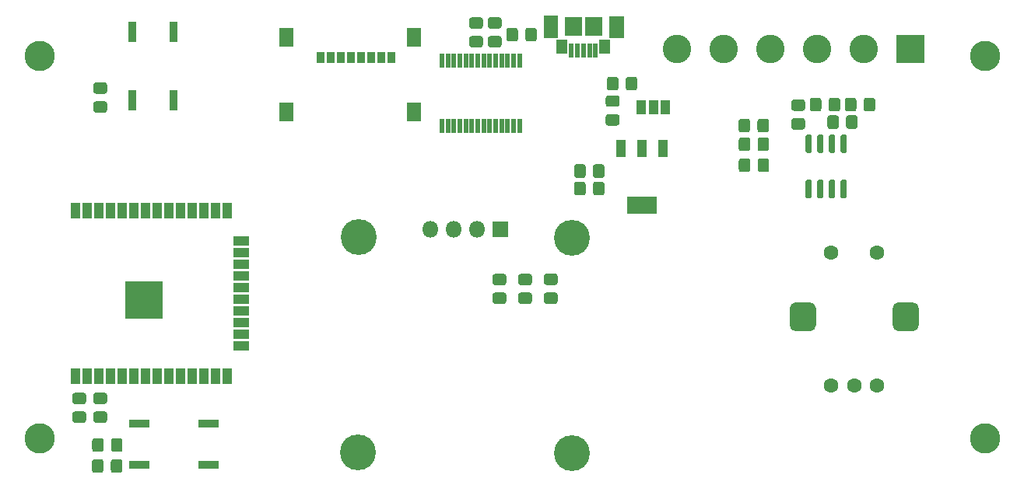
<source format=gbr>
%TF.GenerationSoftware,KiCad,Pcbnew,(5.1.6)-1*%
%TF.CreationDate,2021-08-19T23:31:01-04:00*%
%TF.ProjectId,Temp_Control_Board,54656d70-5f43-46f6-9e74-726f6c5f426f,rev?*%
%TF.SameCoordinates,Original*%
%TF.FileFunction,Soldermask,Top*%
%TF.FilePolarity,Negative*%
%FSLAX46Y46*%
G04 Gerber Fmt 4.6, Leading zero omitted, Abs format (unit mm)*
G04 Created by KiCad (PCBNEW (5.1.6)-1) date 2021-08-19 23:31:01*
%MOMM*%
%LPD*%
G01*
G04 APERTURE LIST*
%ADD10C,0.010000*%
%ADD11O,1.800000X1.800000*%
%ADD12R,1.800000X1.800000*%
%ADD13C,3.910000*%
%ADD14R,2.309800X0.963600*%
%ADD15R,0.963600X2.309800*%
%ADD16C,3.300000*%
%ADD17R,1.100000X1.600000*%
%ADD18R,0.531800X1.611300*%
%ADD19R,4.100000X4.100000*%
%ADD20R,1.000000X1.800000*%
%ADD21R,1.800000X1.000000*%
%ADD22C,0.550000*%
%ADD23R,1.850000X2.000000*%
%ADD24R,1.250000X1.550000*%
%ADD25R,0.500000X1.500000*%
%ADD26C,1.600000*%
%ADD27R,3.290000X1.960000*%
%ADD28R,1.000000X1.960000*%
%ADD29C,3.100000*%
%ADD30R,3.100000X3.100000*%
%ADD31R,1.600000X2.100000*%
%ADD32R,0.900000X1.300000*%
G04 APERTURE END LIST*
D10*
%TO.C,J3*%
G36*
X136383670Y-106687000D02*
G01*
X134929000Y-106687000D01*
X134929000Y-104385750D01*
X136383670Y-104385750D01*
X136383670Y-106687000D01*
G37*
X136383670Y-106687000D02*
X134929000Y-106687000D01*
X134929000Y-104385750D01*
X136383670Y-104385750D01*
X136383670Y-106687000D01*
G36*
X129224150Y-106687000D02*
G01*
X127779000Y-106687000D01*
X127779000Y-104385040D01*
X129224150Y-104385040D01*
X129224150Y-106687000D01*
G37*
X129224150Y-106687000D02*
X127779000Y-106687000D01*
X127779000Y-104385040D01*
X129224150Y-104385040D01*
X129224150Y-106687000D01*
%TD*%
D11*
%TO.C,J2*%
X115404900Y-127635000D03*
X117944900Y-127635000D03*
X120484900Y-127635000D03*
D12*
X123024900Y-127635000D03*
D13*
X130810000Y-128524000D03*
X130810000Y-152019000D03*
X107569000Y-151968200D03*
X107604560Y-128475740D03*
%TD*%
D14*
%TO.C,EN1*%
X83756500Y-148752999D03*
X83756500Y-153253001D03*
X91249500Y-153253001D03*
X91249500Y-148752999D03*
%TD*%
D15*
%TO.C,BOOT1*%
X82966999Y-113601500D03*
X87467001Y-113601500D03*
X87467001Y-106108500D03*
X82966999Y-106108500D03*
%TD*%
D16*
%TO.C,REF\u002A\u002A*%
X175768000Y-150368000D03*
%TD*%
%TO.C,REF\u002A\u002A*%
X175768000Y-108712000D03*
%TD*%
%TO.C,REF\u002A\u002A*%
X72898000Y-108712000D03*
%TD*%
%TO.C,REF\u002A\u002A*%
X72898000Y-150368000D03*
%TD*%
D17*
%TO.C,JP1*%
X138400000Y-114300000D03*
X139700000Y-114300000D03*
X141000000Y-114300000D03*
%TD*%
%TO.C,R7*%
G36*
G01*
X128045738Y-134503000D02*
X129002262Y-134503000D01*
G75*
G02*
X129274000Y-134774738I0J-271738D01*
G01*
X129274000Y-135481262D01*
G75*
G02*
X129002262Y-135753000I-271738J0D01*
G01*
X128045738Y-135753000D01*
G75*
G02*
X127774000Y-135481262I0J271738D01*
G01*
X127774000Y-134774738D01*
G75*
G02*
X128045738Y-134503000I271738J0D01*
G01*
G37*
G36*
G01*
X128045738Y-132453000D02*
X129002262Y-132453000D01*
G75*
G02*
X129274000Y-132724738I0J-271738D01*
G01*
X129274000Y-133431262D01*
G75*
G02*
X129002262Y-133703000I-271738J0D01*
G01*
X128045738Y-133703000D01*
G75*
G02*
X127774000Y-133431262I0J271738D01*
G01*
X127774000Y-132724738D01*
G75*
G02*
X128045738Y-132453000I271738J0D01*
G01*
G37*
%TD*%
%TO.C,R6*%
G36*
G01*
X122457738Y-134521000D02*
X123414262Y-134521000D01*
G75*
G02*
X123686000Y-134792738I0J-271738D01*
G01*
X123686000Y-135499262D01*
G75*
G02*
X123414262Y-135771000I-271738J0D01*
G01*
X122457738Y-135771000D01*
G75*
G02*
X122186000Y-135499262I0J271738D01*
G01*
X122186000Y-134792738D01*
G75*
G02*
X122457738Y-134521000I271738J0D01*
G01*
G37*
G36*
G01*
X122457738Y-132471000D02*
X123414262Y-132471000D01*
G75*
G02*
X123686000Y-132742738I0J-271738D01*
G01*
X123686000Y-133449262D01*
G75*
G02*
X123414262Y-133721000I-271738J0D01*
G01*
X122457738Y-133721000D01*
G75*
G02*
X122186000Y-133449262I0J271738D01*
G01*
X122186000Y-132742738D01*
G75*
G02*
X122457738Y-132471000I271738J0D01*
G01*
G37*
%TD*%
%TO.C,R4*%
G36*
G01*
X151013000Y-116810262D02*
X151013000Y-115853738D01*
G75*
G02*
X151284738Y-115582000I271738J0D01*
G01*
X151991262Y-115582000D01*
G75*
G02*
X152263000Y-115853738I0J-271738D01*
G01*
X152263000Y-116810262D01*
G75*
G02*
X151991262Y-117082000I-271738J0D01*
G01*
X151284738Y-117082000D01*
G75*
G02*
X151013000Y-116810262I0J271738D01*
G01*
G37*
G36*
G01*
X148963000Y-116810262D02*
X148963000Y-115853738D01*
G75*
G02*
X149234738Y-115582000I271738J0D01*
G01*
X149941262Y-115582000D01*
G75*
G02*
X150213000Y-115853738I0J-271738D01*
G01*
X150213000Y-116810262D01*
G75*
G02*
X149941262Y-117082000I-271738J0D01*
G01*
X149234738Y-117082000D01*
G75*
G02*
X148963000Y-116810262I0J271738D01*
G01*
G37*
%TD*%
%TO.C,R3*%
G36*
G01*
X151022000Y-118842262D02*
X151022000Y-117885738D01*
G75*
G02*
X151293738Y-117614000I271738J0D01*
G01*
X152000262Y-117614000D01*
G75*
G02*
X152272000Y-117885738I0J-271738D01*
G01*
X152272000Y-118842262D01*
G75*
G02*
X152000262Y-119114000I-271738J0D01*
G01*
X151293738Y-119114000D01*
G75*
G02*
X151022000Y-118842262I0J271738D01*
G01*
G37*
G36*
G01*
X148972000Y-118842262D02*
X148972000Y-117885738D01*
G75*
G02*
X149243738Y-117614000I271738J0D01*
G01*
X149950262Y-117614000D01*
G75*
G02*
X150222000Y-117885738I0J-271738D01*
G01*
X150222000Y-118842262D01*
G75*
G02*
X149950262Y-119114000I-271738J0D01*
G01*
X149243738Y-119114000D01*
G75*
G02*
X148972000Y-118842262I0J271738D01*
G01*
G37*
%TD*%
%TO.C,R2*%
G36*
G01*
X151031000Y-121128262D02*
X151031000Y-120171738D01*
G75*
G02*
X151302738Y-119900000I271738J0D01*
G01*
X152009262Y-119900000D01*
G75*
G02*
X152281000Y-120171738I0J-271738D01*
G01*
X152281000Y-121128262D01*
G75*
G02*
X152009262Y-121400000I-271738J0D01*
G01*
X151302738Y-121400000D01*
G75*
G02*
X151031000Y-121128262I0J271738D01*
G01*
G37*
G36*
G01*
X148981000Y-121128262D02*
X148981000Y-120171738D01*
G75*
G02*
X149252738Y-119900000I271738J0D01*
G01*
X149959262Y-119900000D01*
G75*
G02*
X150231000Y-120171738I0J-271738D01*
G01*
X150231000Y-121128262D01*
G75*
G02*
X149959262Y-121400000I-271738J0D01*
G01*
X149252738Y-121400000D01*
G75*
G02*
X148981000Y-121128262I0J271738D01*
G01*
G37*
%TD*%
%TO.C,R1*%
G36*
G01*
X80673000Y-151608262D02*
X80673000Y-150651738D01*
G75*
G02*
X80944738Y-150380000I271738J0D01*
G01*
X81651262Y-150380000D01*
G75*
G02*
X81923000Y-150651738I0J-271738D01*
G01*
X81923000Y-151608262D01*
G75*
G02*
X81651262Y-151880000I-271738J0D01*
G01*
X80944738Y-151880000D01*
G75*
G02*
X80673000Y-151608262I0J271738D01*
G01*
G37*
G36*
G01*
X78623000Y-151608262D02*
X78623000Y-150651738D01*
G75*
G02*
X78894738Y-150380000I271738J0D01*
G01*
X79601262Y-150380000D01*
G75*
G02*
X79873000Y-150651738I0J-271738D01*
G01*
X79873000Y-151608262D01*
G75*
G02*
X79601262Y-151880000I-271738J0D01*
G01*
X78894738Y-151880000D01*
G75*
G02*
X78623000Y-151608262I0J271738D01*
G01*
G37*
%TD*%
%TO.C,C13*%
G36*
G01*
X76737738Y-147475000D02*
X77694262Y-147475000D01*
G75*
G02*
X77966000Y-147746738I0J-271738D01*
G01*
X77966000Y-148453262D01*
G75*
G02*
X77694262Y-148725000I-271738J0D01*
G01*
X76737738Y-148725000D01*
G75*
G02*
X76466000Y-148453262I0J271738D01*
G01*
X76466000Y-147746738D01*
G75*
G02*
X76737738Y-147475000I271738J0D01*
G01*
G37*
G36*
G01*
X76737738Y-145425000D02*
X77694262Y-145425000D01*
G75*
G02*
X77966000Y-145696738I0J-271738D01*
G01*
X77966000Y-146403262D01*
G75*
G02*
X77694262Y-146675000I-271738J0D01*
G01*
X76737738Y-146675000D01*
G75*
G02*
X76466000Y-146403262I0J271738D01*
G01*
X76466000Y-145696738D01*
G75*
G02*
X76737738Y-145425000I271738J0D01*
G01*
G37*
%TD*%
%TO.C,C12*%
G36*
G01*
X79023738Y-147466000D02*
X79980262Y-147466000D01*
G75*
G02*
X80252000Y-147737738I0J-271738D01*
G01*
X80252000Y-148444262D01*
G75*
G02*
X79980262Y-148716000I-271738J0D01*
G01*
X79023738Y-148716000D01*
G75*
G02*
X78752000Y-148444262I0J271738D01*
G01*
X78752000Y-147737738D01*
G75*
G02*
X79023738Y-147466000I271738J0D01*
G01*
G37*
G36*
G01*
X79023738Y-145416000D02*
X79980262Y-145416000D01*
G75*
G02*
X80252000Y-145687738I0J-271738D01*
G01*
X80252000Y-146394262D01*
G75*
G02*
X79980262Y-146666000I-271738J0D01*
G01*
X79023738Y-146666000D01*
G75*
G02*
X78752000Y-146394262I0J271738D01*
G01*
X78752000Y-145687738D01*
G75*
G02*
X79023738Y-145416000I271738J0D01*
G01*
G37*
%TD*%
%TO.C,C2*%
G36*
G01*
X79855000Y-152937738D02*
X79855000Y-153894262D01*
G75*
G02*
X79583262Y-154166000I-271738J0D01*
G01*
X78876738Y-154166000D01*
G75*
G02*
X78605000Y-153894262I0J271738D01*
G01*
X78605000Y-152937738D01*
G75*
G02*
X78876738Y-152666000I271738J0D01*
G01*
X79583262Y-152666000D01*
G75*
G02*
X79855000Y-152937738I0J-271738D01*
G01*
G37*
G36*
G01*
X81905000Y-152937738D02*
X81905000Y-153894262D01*
G75*
G02*
X81633262Y-154166000I-271738J0D01*
G01*
X80926738Y-154166000D01*
G75*
G02*
X80655000Y-153894262I0J271738D01*
G01*
X80655000Y-152937738D01*
G75*
G02*
X80926738Y-152666000I271738J0D01*
G01*
X81633262Y-152666000D01*
G75*
G02*
X81905000Y-152937738I0J-271738D01*
G01*
G37*
%TD*%
%TO.C,C1*%
G36*
G01*
X79980262Y-112875000D02*
X79023738Y-112875000D01*
G75*
G02*
X78752000Y-112603262I0J271738D01*
G01*
X78752000Y-111896738D01*
G75*
G02*
X79023738Y-111625000I271738J0D01*
G01*
X79980262Y-111625000D01*
G75*
G02*
X80252000Y-111896738I0J-271738D01*
G01*
X80252000Y-112603262D01*
G75*
G02*
X79980262Y-112875000I-271738J0D01*
G01*
G37*
G36*
G01*
X79980262Y-114925000D02*
X79023738Y-114925000D01*
G75*
G02*
X78752000Y-114653262I0J271738D01*
G01*
X78752000Y-113946738D01*
G75*
G02*
X79023738Y-113675000I271738J0D01*
G01*
X79980262Y-113675000D01*
G75*
G02*
X80252000Y-113946738I0J-271738D01*
G01*
X80252000Y-114653262D01*
G75*
G02*
X79980262Y-114925000I-271738J0D01*
G01*
G37*
%TD*%
D18*
%TO.C,U4*%
X116679000Y-109226350D03*
X117329001Y-109226350D03*
X117979000Y-109226350D03*
X118629001Y-109226350D03*
X119278999Y-109226350D03*
X119929001Y-109226350D03*
X120578999Y-109226350D03*
X121229001Y-109226350D03*
X121878999Y-109226350D03*
X122529001Y-109226350D03*
X123178999Y-109226350D03*
X123829000Y-109226350D03*
X124478999Y-109226350D03*
X125129000Y-109226350D03*
X125128998Y-116325650D03*
X124478999Y-116325650D03*
X123828998Y-116325650D03*
X123178999Y-116325650D03*
X122528998Y-116325650D03*
X121878999Y-116325650D03*
X121228998Y-116325650D03*
X120578999Y-116325650D03*
X119929001Y-116325650D03*
X119278999Y-116325650D03*
X118629001Y-116325650D03*
X117979000Y-116325650D03*
X117329001Y-116325650D03*
X116679000Y-116325650D03*
%TD*%
D19*
%TO.C,U1*%
X84245000Y-135320000D03*
D20*
X76835000Y-143620000D03*
X78105000Y-143620000D03*
X79375000Y-143620000D03*
X80645000Y-143620000D03*
X81915000Y-143620000D03*
X83185000Y-143620000D03*
X84455000Y-143620000D03*
X85725000Y-143620000D03*
X86995000Y-143620000D03*
X88265000Y-143620000D03*
X89535000Y-143620000D03*
X90805000Y-143620000D03*
X92075000Y-143620000D03*
X93345000Y-143620000D03*
D21*
X94845000Y-140335000D03*
X94845000Y-139065000D03*
X94845000Y-137795000D03*
X94845000Y-136525000D03*
X94845000Y-135255000D03*
X94845000Y-133985000D03*
X94845000Y-132715000D03*
X94845000Y-131445000D03*
X94845000Y-130175000D03*
X94845000Y-128905000D03*
D20*
X93345000Y-125620000D03*
X92075000Y-125620000D03*
X90805000Y-125620000D03*
X89535000Y-125620000D03*
X88265000Y-125620000D03*
X86995000Y-125620000D03*
X85725000Y-125620000D03*
X84455000Y-125620000D03*
X83185000Y-125620000D03*
X81915000Y-125620000D03*
X80645000Y-125620000D03*
X79375000Y-125620000D03*
X78105000Y-125620000D03*
X76835000Y-125620000D03*
%TD*%
D22*
%TO.C,J3*%
X128505000Y-105537000D03*
X135655000Y-105537000D03*
D23*
X130955000Y-105537000D03*
X133205000Y-105537000D03*
D24*
X129760000Y-107767000D03*
X134400000Y-107767000D03*
D25*
X130780000Y-108187000D03*
X131420000Y-108187000D03*
X132080000Y-108187000D03*
X132730000Y-108187000D03*
X133380000Y-108187000D03*
%TD*%
D26*
%TO.C,U3*%
X164044000Y-144660000D03*
X161544000Y-144660000D03*
X159044000Y-144660000D03*
X159044000Y-130160000D03*
X164044000Y-130160000D03*
G36*
G01*
X154494000Y-138035000D02*
X154494000Y-136285000D01*
G75*
G02*
X155219000Y-135560000I725000J0D01*
G01*
X156669000Y-135560000D01*
G75*
G02*
X157394000Y-136285000I0J-725000D01*
G01*
X157394000Y-138035000D01*
G75*
G02*
X156669000Y-138760000I-725000J0D01*
G01*
X155219000Y-138760000D01*
G75*
G02*
X154494000Y-138035000I0J725000D01*
G01*
G37*
G36*
G01*
X165694000Y-138035000D02*
X165694000Y-136285000D01*
G75*
G02*
X166419000Y-135560000I725000J0D01*
G01*
X167869000Y-135560000D01*
G75*
G02*
X168594000Y-136285000I0J-725000D01*
G01*
X168594000Y-138035000D01*
G75*
G02*
X167869000Y-138760000I-725000J0D01*
G01*
X166419000Y-138760000D01*
G75*
G02*
X165694000Y-138035000I0J725000D01*
G01*
G37*
%TD*%
D27*
%TO.C,U2*%
X138430000Y-124995000D03*
D28*
X136130000Y-118845000D03*
X138430000Y-118845000D03*
X140730000Y-118845000D03*
%TD*%
D29*
%TO.C,J1*%
X142240000Y-107950000D03*
X147320000Y-107950000D03*
X152400000Y-107950000D03*
D30*
X167640000Y-107950000D03*
D29*
X157480000Y-107950000D03*
X162560000Y-107950000D03*
%TD*%
%TO.C,FB3*%
G36*
G01*
X162570000Y-114524262D02*
X162570000Y-113567738D01*
G75*
G02*
X162841738Y-113296000I271738J0D01*
G01*
X163548262Y-113296000D01*
G75*
G02*
X163820000Y-113567738I0J-271738D01*
G01*
X163820000Y-114524262D01*
G75*
G02*
X163548262Y-114796000I-271738J0D01*
G01*
X162841738Y-114796000D01*
G75*
G02*
X162570000Y-114524262I0J271738D01*
G01*
G37*
G36*
G01*
X160520000Y-114524262D02*
X160520000Y-113567738D01*
G75*
G02*
X160791738Y-113296000I271738J0D01*
G01*
X161498262Y-113296000D01*
G75*
G02*
X161770000Y-113567738I0J-271738D01*
G01*
X161770000Y-114524262D01*
G75*
G02*
X161498262Y-114796000I-271738J0D01*
G01*
X160791738Y-114796000D01*
G75*
G02*
X160520000Y-114524262I0J271738D01*
G01*
G37*
%TD*%
%TO.C,FB2*%
G36*
G01*
X157960000Y-113567738D02*
X157960000Y-114524262D01*
G75*
G02*
X157688262Y-114796000I-271738J0D01*
G01*
X156981738Y-114796000D01*
G75*
G02*
X156710000Y-114524262I0J271738D01*
G01*
X156710000Y-113567738D01*
G75*
G02*
X156981738Y-113296000I271738J0D01*
G01*
X157688262Y-113296000D01*
G75*
G02*
X157960000Y-113567738I0J-271738D01*
G01*
G37*
G36*
G01*
X160010000Y-113567738D02*
X160010000Y-114524262D01*
G75*
G02*
X159738262Y-114796000I-271738J0D01*
G01*
X159031738Y-114796000D01*
G75*
G02*
X158760000Y-114524262I0J271738D01*
G01*
X158760000Y-113567738D01*
G75*
G02*
X159031738Y-113296000I271738J0D01*
G01*
X159738262Y-113296000D01*
G75*
G02*
X160010000Y-113567738I0J-271738D01*
G01*
G37*
%TD*%
%TO.C,C10*%
G36*
G01*
X155926262Y-114725500D02*
X154969738Y-114725500D01*
G75*
G02*
X154698000Y-114453762I0J271738D01*
G01*
X154698000Y-113747238D01*
G75*
G02*
X154969738Y-113475500I271738J0D01*
G01*
X155926262Y-113475500D01*
G75*
G02*
X156198000Y-113747238I0J-271738D01*
G01*
X156198000Y-114453762D01*
G75*
G02*
X155926262Y-114725500I-271738J0D01*
G01*
G37*
G36*
G01*
X155926262Y-116775500D02*
X154969738Y-116775500D01*
G75*
G02*
X154698000Y-116503762I0J271738D01*
G01*
X154698000Y-115797238D01*
G75*
G02*
X154969738Y-115525500I271738J0D01*
G01*
X155926262Y-115525500D01*
G75*
G02*
X156198000Y-115797238I0J-271738D01*
G01*
X156198000Y-116503762D01*
G75*
G02*
X155926262Y-116775500I-271738J0D01*
G01*
G37*
%TD*%
%TO.C,C9*%
G36*
G01*
X159865000Y-115472738D02*
X159865000Y-116429262D01*
G75*
G02*
X159593262Y-116701000I-271738J0D01*
G01*
X158886738Y-116701000D01*
G75*
G02*
X158615000Y-116429262I0J271738D01*
G01*
X158615000Y-115472738D01*
G75*
G02*
X158886738Y-115201000I271738J0D01*
G01*
X159593262Y-115201000D01*
G75*
G02*
X159865000Y-115472738I0J-271738D01*
G01*
G37*
G36*
G01*
X161915000Y-115472738D02*
X161915000Y-116429262D01*
G75*
G02*
X161643262Y-116701000I-271738J0D01*
G01*
X160936738Y-116701000D01*
G75*
G02*
X160665000Y-116429262I0J271738D01*
G01*
X160665000Y-115472738D01*
G75*
G02*
X160936738Y-115201000I271738J0D01*
G01*
X161643262Y-115201000D01*
G75*
G02*
X161915000Y-115472738I0J-271738D01*
G01*
G37*
%TD*%
%TO.C,U5*%
G36*
G01*
X160226000Y-122227000D02*
X160576000Y-122227000D01*
G75*
G02*
X160751000Y-122402000I0J-175000D01*
G01*
X160751000Y-124102000D01*
G75*
G02*
X160576000Y-124277000I-175000J0D01*
G01*
X160226000Y-124277000D01*
G75*
G02*
X160051000Y-124102000I0J175000D01*
G01*
X160051000Y-122402000D01*
G75*
G02*
X160226000Y-122227000I175000J0D01*
G01*
G37*
G36*
G01*
X158956000Y-122227000D02*
X159306000Y-122227000D01*
G75*
G02*
X159481000Y-122402000I0J-175000D01*
G01*
X159481000Y-124102000D01*
G75*
G02*
X159306000Y-124277000I-175000J0D01*
G01*
X158956000Y-124277000D01*
G75*
G02*
X158781000Y-124102000I0J175000D01*
G01*
X158781000Y-122402000D01*
G75*
G02*
X158956000Y-122227000I175000J0D01*
G01*
G37*
G36*
G01*
X157686000Y-122227000D02*
X158036000Y-122227000D01*
G75*
G02*
X158211000Y-122402000I0J-175000D01*
G01*
X158211000Y-124102000D01*
G75*
G02*
X158036000Y-124277000I-175000J0D01*
G01*
X157686000Y-124277000D01*
G75*
G02*
X157511000Y-124102000I0J175000D01*
G01*
X157511000Y-122402000D01*
G75*
G02*
X157686000Y-122227000I175000J0D01*
G01*
G37*
G36*
G01*
X156416000Y-122227000D02*
X156766000Y-122227000D01*
G75*
G02*
X156941000Y-122402000I0J-175000D01*
G01*
X156941000Y-124102000D01*
G75*
G02*
X156766000Y-124277000I-175000J0D01*
G01*
X156416000Y-124277000D01*
G75*
G02*
X156241000Y-124102000I0J175000D01*
G01*
X156241000Y-122402000D01*
G75*
G02*
X156416000Y-122227000I175000J0D01*
G01*
G37*
G36*
G01*
X156416000Y-117277000D02*
X156766000Y-117277000D01*
G75*
G02*
X156941000Y-117452000I0J-175000D01*
G01*
X156941000Y-119152000D01*
G75*
G02*
X156766000Y-119327000I-175000J0D01*
G01*
X156416000Y-119327000D01*
G75*
G02*
X156241000Y-119152000I0J175000D01*
G01*
X156241000Y-117452000D01*
G75*
G02*
X156416000Y-117277000I175000J0D01*
G01*
G37*
G36*
G01*
X157686000Y-117277000D02*
X158036000Y-117277000D01*
G75*
G02*
X158211000Y-117452000I0J-175000D01*
G01*
X158211000Y-119152000D01*
G75*
G02*
X158036000Y-119327000I-175000J0D01*
G01*
X157686000Y-119327000D01*
G75*
G02*
X157511000Y-119152000I0J175000D01*
G01*
X157511000Y-117452000D01*
G75*
G02*
X157686000Y-117277000I175000J0D01*
G01*
G37*
G36*
G01*
X158956000Y-117277000D02*
X159306000Y-117277000D01*
G75*
G02*
X159481000Y-117452000I0J-175000D01*
G01*
X159481000Y-119152000D01*
G75*
G02*
X159306000Y-119327000I-175000J0D01*
G01*
X158956000Y-119327000D01*
G75*
G02*
X158781000Y-119152000I0J175000D01*
G01*
X158781000Y-117452000D01*
G75*
G02*
X158956000Y-117277000I175000J0D01*
G01*
G37*
G36*
G01*
X160226000Y-117277000D02*
X160576000Y-117277000D01*
G75*
G02*
X160751000Y-117452000I0J-175000D01*
G01*
X160751000Y-119152000D01*
G75*
G02*
X160576000Y-119327000I-175000J0D01*
G01*
X160226000Y-119327000D01*
G75*
G02*
X160051000Y-119152000I0J175000D01*
G01*
X160051000Y-117452000D01*
G75*
G02*
X160226000Y-117277000I175000J0D01*
G01*
G37*
%TD*%
%TO.C,R5*%
G36*
G01*
X125251738Y-134521000D02*
X126208262Y-134521000D01*
G75*
G02*
X126480000Y-134792738I0J-271738D01*
G01*
X126480000Y-135499262D01*
G75*
G02*
X126208262Y-135771000I-271738J0D01*
G01*
X125251738Y-135771000D01*
G75*
G02*
X124980000Y-135499262I0J271738D01*
G01*
X124980000Y-134792738D01*
G75*
G02*
X125251738Y-134521000I271738J0D01*
G01*
G37*
G36*
G01*
X125251738Y-132471000D02*
X126208262Y-132471000D01*
G75*
G02*
X126480000Y-132742738I0J-271738D01*
G01*
X126480000Y-133449262D01*
G75*
G02*
X126208262Y-133721000I-271738J0D01*
G01*
X125251738Y-133721000D01*
G75*
G02*
X124980000Y-133449262I0J271738D01*
G01*
X124980000Y-132742738D01*
G75*
G02*
X125251738Y-132471000I271738J0D01*
G01*
G37*
%TD*%
D31*
%TO.C,J4*%
X99735000Y-106681000D03*
X99735000Y-114881000D03*
X113625000Y-114881000D03*
X113625000Y-106681000D03*
D32*
X111155000Y-108881000D03*
X110055000Y-108881000D03*
X108955000Y-108881000D03*
X107855000Y-108881000D03*
X106755000Y-108881000D03*
X105655000Y-108881000D03*
X104555000Y-108881000D03*
X103455000Y-108881000D03*
%TD*%
%TO.C,FB1*%
G36*
G01*
X135880000Y-111281738D02*
X135880000Y-112238262D01*
G75*
G02*
X135608262Y-112510000I-271738J0D01*
G01*
X134901738Y-112510000D01*
G75*
G02*
X134630000Y-112238262I0J271738D01*
G01*
X134630000Y-111281738D01*
G75*
G02*
X134901738Y-111010000I271738J0D01*
G01*
X135608262Y-111010000D01*
G75*
G02*
X135880000Y-111281738I0J-271738D01*
G01*
G37*
G36*
G01*
X137930000Y-111281738D02*
X137930000Y-112238262D01*
G75*
G02*
X137658262Y-112510000I-271738J0D01*
G01*
X136951738Y-112510000D01*
G75*
G02*
X136680000Y-112238262I0J271738D01*
G01*
X136680000Y-111281738D01*
G75*
G02*
X136951738Y-111010000I271738J0D01*
G01*
X137658262Y-111010000D01*
G75*
G02*
X137930000Y-111281738I0J-271738D01*
G01*
G37*
%TD*%
%TO.C,C8*%
G36*
G01*
X124949000Y-105947738D02*
X124949000Y-106904262D01*
G75*
G02*
X124677262Y-107176000I-271738J0D01*
G01*
X123970738Y-107176000D01*
G75*
G02*
X123699000Y-106904262I0J271738D01*
G01*
X123699000Y-105947738D01*
G75*
G02*
X123970738Y-105676000I271738J0D01*
G01*
X124677262Y-105676000D01*
G75*
G02*
X124949000Y-105947738I0J-271738D01*
G01*
G37*
G36*
G01*
X126999000Y-105947738D02*
X126999000Y-106904262D01*
G75*
G02*
X126727262Y-107176000I-271738J0D01*
G01*
X126020738Y-107176000D01*
G75*
G02*
X125749000Y-106904262I0J271738D01*
G01*
X125749000Y-105947738D01*
G75*
G02*
X126020738Y-105676000I271738J0D01*
G01*
X126727262Y-105676000D01*
G75*
G02*
X126999000Y-105947738I0J-271738D01*
G01*
G37*
%TD*%
%TO.C,C7*%
G36*
G01*
X120874262Y-105781000D02*
X119917738Y-105781000D01*
G75*
G02*
X119646000Y-105509262I0J271738D01*
G01*
X119646000Y-104802738D01*
G75*
G02*
X119917738Y-104531000I271738J0D01*
G01*
X120874262Y-104531000D01*
G75*
G02*
X121146000Y-104802738I0J-271738D01*
G01*
X121146000Y-105509262D01*
G75*
G02*
X120874262Y-105781000I-271738J0D01*
G01*
G37*
G36*
G01*
X120874262Y-107831000D02*
X119917738Y-107831000D01*
G75*
G02*
X119646000Y-107559262I0J271738D01*
G01*
X119646000Y-106852738D01*
G75*
G02*
X119917738Y-106581000I271738J0D01*
G01*
X120874262Y-106581000D01*
G75*
G02*
X121146000Y-106852738I0J-271738D01*
G01*
X121146000Y-107559262D01*
G75*
G02*
X120874262Y-107831000I-271738J0D01*
G01*
G37*
%TD*%
%TO.C,C6*%
G36*
G01*
X134776738Y-115090000D02*
X135733262Y-115090000D01*
G75*
G02*
X136005000Y-115361738I0J-271738D01*
G01*
X136005000Y-116068262D01*
G75*
G02*
X135733262Y-116340000I-271738J0D01*
G01*
X134776738Y-116340000D01*
G75*
G02*
X134505000Y-116068262I0J271738D01*
G01*
X134505000Y-115361738D01*
G75*
G02*
X134776738Y-115090000I271738J0D01*
G01*
G37*
G36*
G01*
X134776738Y-113040000D02*
X135733262Y-113040000D01*
G75*
G02*
X136005000Y-113311738I0J-271738D01*
G01*
X136005000Y-114018262D01*
G75*
G02*
X135733262Y-114290000I-271738J0D01*
G01*
X134776738Y-114290000D01*
G75*
G02*
X134505000Y-114018262I0J271738D01*
G01*
X134505000Y-113311738D01*
G75*
G02*
X134776738Y-113040000I271738J0D01*
G01*
G37*
%TD*%
%TO.C,C5*%
G36*
G01*
X122906262Y-105772000D02*
X121949738Y-105772000D01*
G75*
G02*
X121678000Y-105500262I0J271738D01*
G01*
X121678000Y-104793738D01*
G75*
G02*
X121949738Y-104522000I271738J0D01*
G01*
X122906262Y-104522000D01*
G75*
G02*
X123178000Y-104793738I0J-271738D01*
G01*
X123178000Y-105500262D01*
G75*
G02*
X122906262Y-105772000I-271738J0D01*
G01*
G37*
G36*
G01*
X122906262Y-107822000D02*
X121949738Y-107822000D01*
G75*
G02*
X121678000Y-107550262I0J271738D01*
G01*
X121678000Y-106843738D01*
G75*
G02*
X121949738Y-106572000I271738J0D01*
G01*
X122906262Y-106572000D01*
G75*
G02*
X123178000Y-106843738I0J-271738D01*
G01*
X123178000Y-107550262D01*
G75*
G02*
X122906262Y-107822000I-271738J0D01*
G01*
G37*
%TD*%
%TO.C,C4*%
G36*
G01*
X132315000Y-122711738D02*
X132315000Y-123668262D01*
G75*
G02*
X132043262Y-123940000I-271738J0D01*
G01*
X131336738Y-123940000D01*
G75*
G02*
X131065000Y-123668262I0J271738D01*
G01*
X131065000Y-122711738D01*
G75*
G02*
X131336738Y-122440000I271738J0D01*
G01*
X132043262Y-122440000D01*
G75*
G02*
X132315000Y-122711738I0J-271738D01*
G01*
G37*
G36*
G01*
X134365000Y-122711738D02*
X134365000Y-123668262D01*
G75*
G02*
X134093262Y-123940000I-271738J0D01*
G01*
X133386738Y-123940000D01*
G75*
G02*
X133115000Y-123668262I0J271738D01*
G01*
X133115000Y-122711738D01*
G75*
G02*
X133386738Y-122440000I271738J0D01*
G01*
X134093262Y-122440000D01*
G75*
G02*
X134365000Y-122711738I0J-271738D01*
G01*
G37*
%TD*%
%TO.C,C3*%
G36*
G01*
X132315000Y-120806738D02*
X132315000Y-121763262D01*
G75*
G02*
X132043262Y-122035000I-271738J0D01*
G01*
X131336738Y-122035000D01*
G75*
G02*
X131065000Y-121763262I0J271738D01*
G01*
X131065000Y-120806738D01*
G75*
G02*
X131336738Y-120535000I271738J0D01*
G01*
X132043262Y-120535000D01*
G75*
G02*
X132315000Y-120806738I0J-271738D01*
G01*
G37*
G36*
G01*
X134365000Y-120806738D02*
X134365000Y-121763262D01*
G75*
G02*
X134093262Y-122035000I-271738J0D01*
G01*
X133386738Y-122035000D01*
G75*
G02*
X133115000Y-121763262I0J271738D01*
G01*
X133115000Y-120806738D01*
G75*
G02*
X133386738Y-120535000I271738J0D01*
G01*
X134093262Y-120535000D01*
G75*
G02*
X134365000Y-120806738I0J-271738D01*
G01*
G37*
%TD*%
M02*

</source>
